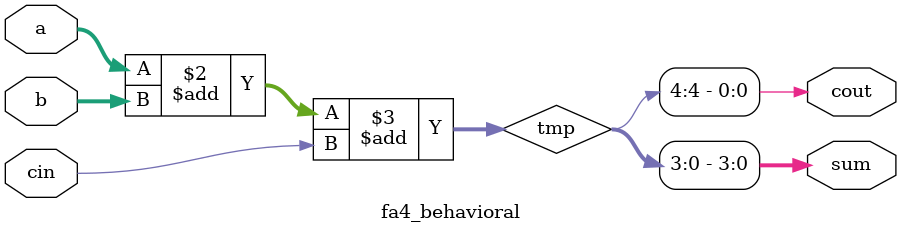
<source format=v>
/*
  Thiết kế mạch Full-Adder 4-bit (cộng 4-bit với cộng có nhớ vào và xuất ra carry-out):
  - Inputs: a[3:0], b[3:0], cin
  - Outputs: sum[3:0], cout
  Yêu cầu:
    1) Mô hình cấu trúc (structural): xài full-adder 1 bit lồng nhau
    2) Mô hình hành vi (dataflow): chỉ dùng continuous assignment
    3) Mô hình hành vi (behavioral): chỉ dùng procedural assignment trong always
*/

//------------------------------------------------------------------------------
// 1) Mô hình cấu trúc (structural)
//------------------------------------------------------------------------------
// full-adder 1 bit cơ bản
module fa1 (
  input  wire a,
  input  wire b,
  input  wire cin,
  output wire sum,
  output wire cout
);
  wire s1, c1, c2;
  xor (s1, a, b);
  xor (sum, s1, cin);
  and (c1, a, b);
  and (c2, s1, cin);
  or  (cout, c1, c2);
endmodule

// full-adder 4 bit
module fa4_structural (
  input  wire [3:0] a,
  input  wire [3:0] b,
  input  wire       cin,
  output wire [3:0] sum,
  output wire       cout
);
  wire c1, c2, c3;
  fa1 u0(.a(a[0]), .b(b[0]), .cin(cin), .sum(sum[0]), .cout(c1));
  fa1 u1(.a(a[1]), .b(b[1]), .cin(c1),  .sum(sum[1]), .cout(c2));
  fa1 u2(.a(a[2]), .b(b[2]), .cin(c2),  .sum(sum[2]), .cout(c3));
  fa1 u3(.a(a[3]), .b(b[3]), .cin(c3),  .sum(sum[3]), .cout(cout));
endmodule

//------------------------------------------------------------------------------
// 2) Mô hình hành vi (dataflow)
//------------------------------------------------------------------------------
module fa4_dataflow (
  input  wire [3:0] a,
  input  wire [3:0] b,
  input  wire       cin,
  output wire [3:0] sum,
  output wire       cout
);
  // ghép sang vector 5-bit và cộng
  wire [4:0] tmp;
  assign tmp = a + b + cin;
  assign sum  = tmp[3:0];
  assign cout = tmp[4];
endmodule

//------------------------------------------------------------------------------
// 3) Mô hình hành vi (behavioral)
//------------------------------------------------------------------------------
module fa4_behavioral (
  input  wire [3:0] a,
  input  wire [3:0] b,
  input  wire       cin,
  output reg  [3:0] sum,
  output reg        cout
);
  reg [4:0] tmp;
  always @(*) begin
    tmp  = a + b + cin;
    sum  = tmp[3:0];
    cout = tmp[4];
  end
endmodule

</source>
